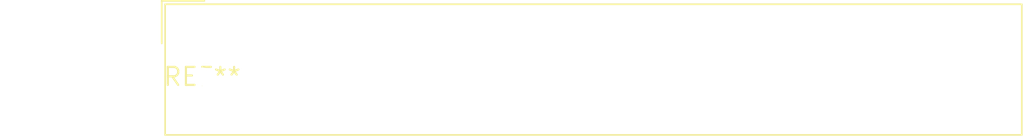
<source format=kicad_pcb>
(kicad_pcb (version 20240108) (generator pcbnew)
  (layers (0 "F.Cu" signal) (31 "B.Cu" signal) (34 "B.Paste" user) (35 "F.Paste" user) (36 "B.SilkS" user "B.Silkscreen") (37 "F.SilkS" user "F.Silkscreen") (38 "B.Mask" user) (39 "F.Mask" user) (44 "Edge.Cuts" user))
  (net 0 "")
  (footprint "Altech_AK100_1x12_P5.00mm" (layer "F.Cu") (at 0 0)
    (property "Reference" "REF**")
    (property "Value" "Altech_AK100_1x12_P5.00mm")
    (fp_line (start -2.85 -5.35) (end 0.15 -5.35) (layer "F.SilkS") (stroke (width 0.12)))
    (fp_line (start -2.85 -2.35) (end -2.85 -5.35) (layer "F.SilkS") (stroke (width 0.12)))
    (fp_line (start -2.61 -5.11) (end -2.61 4.11) (layer "F.SilkS") (stroke (width 0.12)))
    (fp_line (start -2.61 -5.11) (end 57.61 -5.11) (layer "F.SilkS") (stroke (width 0.12)))
    (fp_line (start -2.61 4.11) (end 57.61 4.11) (layer "F.SilkS") (stroke (width 0.12)))
    (fp_line (start 57.61 -5.11) (end 57.61 4.11) (layer "F.SilkS") (stroke (width 0.12)))
    (pad "1" thru_hole rect (at 0 0) (size 3 3) (drill 1.3) (layers *.Cu *.Mask) (remove_unused_layers))
    (pad "2" thru_hole circle (at 5 0) (size 3 3) (drill 1.3) (layers *.Cu *.Mask) (remove_unused_layers))
    (pad "3" thru_hole circle (at 10 0) (size 3 3) (drill 1.3) (layers *.Cu *.Mask) (remove_unused_layers))
    (pad "4" thru_hole circle (at 15 0) (size 3 3) (drill 1.3) (layers *.Cu *.Mask) (remove_unused_layers))
    (pad "5" thru_hole circle (at 20 0) (size 3 3) (drill 1.3) (layers *.Cu *.Mask) (remove_unused_layers))
    (pad "6" thru_hole circle (at 25 0) (size 3 3) (drill 1.3) (layers *.Cu *.Mask) (remove_unused_layers))
    (pad "7" thru_hole circle (at 30 0) (size 3 3) (drill 1.3) (layers *.Cu *.Mask) (remove_unused_layers))
    (pad "8" thru_hole circle (at 35 0) (size 3 3) (drill 1.3) (layers *.Cu *.Mask) (remove_unused_layers))
    (pad "9" thru_hole circle (at 40 0) (size 3 3) (drill 1.3) (layers *.Cu *.Mask) (remove_unused_layers))
    (pad "10" thru_hole circle (at 45 0) (size 3 3) (drill 1.3) (layers *.Cu *.Mask) (remove_unused_layers))
    (pad "11" thru_hole circle (at 50 0) (size 3 3) (drill 1.3) (layers *.Cu *.Mask) (remove_unused_layers))
    (pad "12" thru_hole circle (at 55 0) (size 3 3) (drill 1.3) (layers *.Cu *.Mask) (remove_unused_layers))
  )
)
</source>
